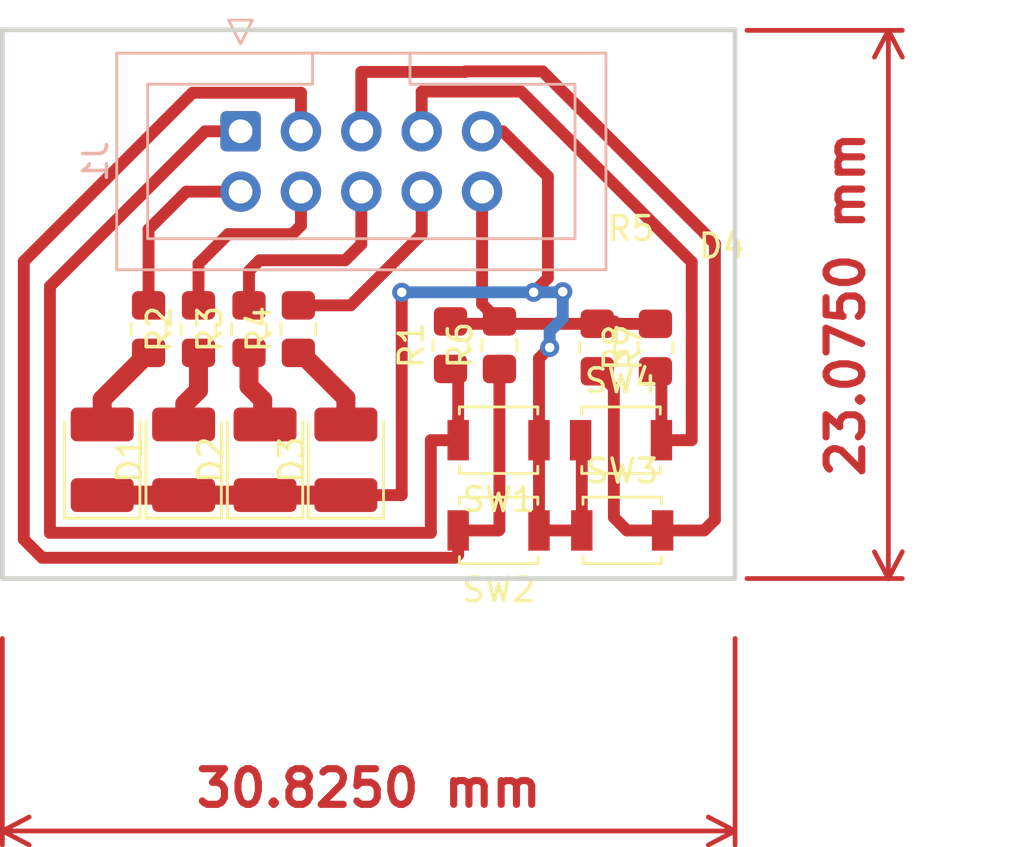
<source format=kicad_pcb>
(kicad_pcb (version 20211014) (generator pcbnew)
  (layers (0 "F.Cu" signal) (31 "B.Cu" signal) (34 "B.Paste" user) (35 "F.Paste" user) (36 "B.SilkS" user "B.Silkscreen") (37 "F.SilkS" user "F.Silkscreen") (38 "B.Mask" user) (39 "F.Mask" user) (44 "Edge.Cuts" user))
  (net 0 "")
  (net 1 "GND")
  (net 2 "Net-(D1-Pad2)")
  (net 3 "Net-(D2-Pad2)")
  (net 4 "Net-(D3-Pad2)")
  (net 5 "Net-(D4-Pad2)")
  (net 6 "/B1")
  (net 7 "/L1")
  (net 8 "/B2")
  (net 9 "/L2")
  (net 10 "/B3")
  (net 11 "/L3")
  (net 12 "/B4")
  (net 13 "/L4")
  (net 14 "/5v")
  (footprint "Resistor_SMD:R_0805_2012Metric_Pad1.20x1.40mm_HandSolder" (layer "F.Cu") (at 65.875 34.05 90)
    (fp_text reference "R5" (at 4.233 20.292 180) (layer "F.SilkS"))
    (fp_text value "1000")
    (fp_line (start -0.227064 0.735) (end 0.227064 0.735) (layer "F.SilkS") (width 0.12))
    (fp_line (start -0.227064 -0.735) (end 0.227064 -0.735) (layer "F.SilkS") (width 0.12))
    (pad "1" smd roundrect (at -1 0 90) (size 1.2 1.4) (layers "F.Cu" "F.Paste" "F.Mask") (roundrect_rratio 0.208333) (net 5 "Net-(D4-Pad2)"))
    (pad "2" smd roundrect (at 1 0 90) (size 1.2 1.4) (layers "F.Cu" "F.Paste" "F.Mask") (roundrect_rratio 0.208333) (net 7 "/L1"))
  )
  (footprint "LED_SMD:LED_1210_3225Metric_Pad1.42x2.65mm_HandSolder" (layer "F.Cu") (at 67.35 39.55 90)
    (fp_text reference "D1" (at 0 -2.28 90) (layer "F.SilkS"))
    (fp_text value "LED")
    (fp_line (start 1.6 -1.585) (end -2.46 -1.585) (layer "F.SilkS") (width 0.12))
    (fp_line (start -2.46 1.585) (end 1.6 1.585) (layer "F.SilkS") (width 0.12))
    (fp_line (start -2.46 -1.585) (end -2.46 1.585) (layer "F.SilkS") (width 0.12))
    (pad "1" smd roundrect (at -1.4875 0 90) (size 1.425 2.65) (layers "F.Cu" "F.Paste" "F.Mask") (roundrect_rratio 0.175439) (net 1 "GND"))
    (pad "2" smd roundrect (at 1.4875 0 90) (size 1.425 2.65) (layers "F.Cu" "F.Paste" "F.Mask") (roundrect_rratio 0.175439) (net 2 "Net-(D1-Pad2)"))
  )
  (footprint "Resistor_SMD:R_0805_2012Metric_Pad1.20x1.40mm_HandSolder" (layer "F.Cu") (at 70.1 34.05 90)
    (fp_text reference "R3" (at 0 -1.65 90) (layer "F.SilkS"))
    (fp_text value "1000")
    (fp_line (start -0.227064 0.735) (end 0.227064 0.735) (layer "F.SilkS") (width 0.12))
    (fp_line (start -0.227064 -0.735) (end 0.227064 -0.735) (layer "F.SilkS") (width 0.12))
    (pad "1" smd roundrect (at -1 0 90) (size 1.2 1.4) (layers "F.Cu" "F.Paste" "F.Mask") (roundrect_rratio 0.208333) (net 3 "Net-(D2-Pad2)"))
    (pad "2" smd roundrect (at 1 0 90) (size 1.2 1.4) (layers "F.Cu" "F.Paste" "F.Mask") (roundrect_rratio 0.208333) (net 11 "/L3"))
  )
  (footprint "Button_Switch_SMD:SW_SPST_B3U-1000P" (layer "F.Cu") (at 85.75 38.725)
    (fp_text reference "SW4" (at 0 -2.5) (layer "F.SilkS"))
    (fp_text value "SW_Push")
    (fp_line (start -1.65 1.1) (end -1.65 1.4) (layer "F.SilkS") (width 0.12))
    (fp_line (start 1.65 1.4) (end 1.65 1.1) (layer "F.SilkS") (width 0.12))
    (fp_line (start -1.65 -1.4) (end 1.65 -1.4) (layer "F.SilkS") (width 0.12))
    (fp_line (start -1.65 1.4) (end 1.65 1.4) (layer "F.SilkS") (width 0.12))
    (fp_line (start 1.65 -1.4) (end 1.65 -1.1) (layer "F.SilkS") (width 0.12))
    (fp_line (start -1.65 -1.1) (end -1.65 -1.4) (layer "F.SilkS") (width 0.12))
    (pad "1" smd rect (at -1.7 0) (size 0.9 1.7) (layers "F.Cu" "F.Paste" "F.Mask") (net 1 "GND"))
    (pad "2" smd rect (at 1.7 0) (size 0.9 1.7) (layers "F.Cu" "F.Paste" "F.Mask") (net 12 "/B4"))
  )
  (footprint "Resistor_SMD:R_0805_2012Metric_Pad1.20x1.40mm_HandSolder" (layer "F.Cu") (at 67.975 34.05 90)
    (fp_text reference "R2" (at 0 -1.65 90) (layer "F.SilkS"))
    (fp_text value "1000")
    (fp_line (start -0.227064 -0.735) (end 0.227064 -0.735) (layer "F.SilkS") (width 0.12))
    (fp_line (start -0.227064 0.735) (end 0.227064 0.735) (layer "F.SilkS") (width 0.12))
    (pad "1" smd roundrect (at -1 0 90) (size 1.2 1.4) (layers "F.Cu" "F.Paste" "F.Mask") (roundrect_rratio 0.208333) (net 2 "Net-(D1-Pad2)"))
    (pad "2" smd roundrect (at 1 0 90) (size 1.2 1.4) (layers "F.Cu" "F.Paste" "F.Mask") (roundrect_rratio 0.208333) (net 9 "/L2"))
  )
  (footprint "Button_Switch_SMD:SW_SPST_B3U-1000P" (layer "F.Cu") (at 85.8 42.525)
    (fp_text reference "SW3" (at 0 -2.5) (layer "F.SilkS"))
    (fp_text value "SW_Push")
    (fp_line (start 1.65 -1.4) (end 1.65 -1.1) (layer "F.SilkS") (width 0.12))
    (fp_line (start -1.65 1.1) (end -1.65 1.4) (layer "F.SilkS") (width 0.12))
    (fp_line (start -1.65 -1.4) (end 1.65 -1.4) (layer "F.SilkS") (width 0.12))
    (fp_line (start -1.65 1.4) (end 1.65 1.4) (layer "F.SilkS") (width 0.12))
    (fp_line (start 1.65 1.4) (end 1.65 1.1) (layer "F.SilkS") (width 0.12))
    (fp_line (start -1.65 -1.1) (end -1.65 -1.4) (layer "F.SilkS") (width 0.12))
    (pad "1" smd rect (at -1.7 0) (size 0.9 1.7) (layers "F.Cu" "F.Paste" "F.Mask") (net 1 "GND"))
    (pad "2" smd rect (at 1.7 0) (size 0.9 1.7) (layers "F.Cu" "F.Paste" "F.Mask") (net 10 "/B3"))
  )
  (footprint "Resistor_SMD:R_0805_2012Metric_Pad1.20x1.40mm_HandSolder" (layer "F.Cu") (at 87.1982 34.827 90)
    (fp_text reference "R8" (at 0 -1.65 90) (layer "F.SilkS"))
    (fp_text value "R")
    (fp_line (start -0.227064 0.735) (end 0.227064 0.735) (layer "F.SilkS") (width 0.12))
    (fp_line (start -0.227064 -0.735) (end 0.227064 -0.735) (layer "F.SilkS") (width 0.12))
    (pad "1" smd roundrect (at -1 0 90) (size 1.2 1.4) (layers "F.Cu" "F.Paste" "F.Mask") (roundrect_rratio 0.208333) (net 12 "/B4"))
    (pad "2" smd roundrect (at 1 0 90) (size 1.2 1.4) (layers "F.Cu" "F.Paste" "F.Mask") (roundrect_rratio 0.208333) (net 14 "/5v"))
  )
  (footprint "Resistor_SMD:R_0805_2012Metric_Pad1.20x1.40mm_HandSolder" (layer "F.Cu") (at 78.575 34.725 90)
    (fp_text reference "R1" (at 0 -1.65 90) (layer "F.SilkS"))
    (fp_text value "R")
    (fp_line (start -0.227064 0.735) (end 0.227064 0.735) (layer "F.SilkS") (width 0.12))
    (fp_line (start -0.227064 -0.735) (end 0.227064 -0.735) (layer "F.SilkS") (width 0.12))
    (pad "1" smd roundrect (at -1 0 90) (size 1.2 1.4) (layers "F.Cu" "F.Paste" "F.Mask") (roundrect_rratio 0.208333) (net 6 "/B1"))
    (pad "2" smd roundrect (at 1 0 90) (size 1.2 1.4) (layers "F.Cu" "F.Paste" "F.Mask") (roundrect_rratio 0.208333) (net 14 "/5v"))
  )
  (footprint "Resistor_SMD:R_0805_2012Metric_Pad1.20x1.40mm_HandSolder" (layer "F.Cu") (at 72.175 34.05 90)
    (fp_text reference "R4" (at 0 -1.65 90) (layer "F.SilkS"))
    (fp_text value "1000")
    (fp_line (start -0.227064 0.735) (end 0.227064 0.735) (layer "F.SilkS") (width 0.12))
    (fp_line (start -0.227064 -0.735) (end 0.227064 -0.735) (layer "F.SilkS") (width 0.12))
    (pad "1" smd roundrect (at -1 0 90) (size 1.2 1.4) (layers "F.Cu" "F.Paste" "F.Mask") (roundrect_rratio 0.208333) (net 4 "Net-(D3-Pad2)"))
    (pad "2" smd roundrect (at 1 0 90) (size 1.2 1.4) (layers "F.Cu" "F.Paste" "F.Mask") (roundrect_rratio 0.208333) (net 13 "/L4"))
  )
  (footprint "Resistor_SMD:R_0805_2012Metric_Pad1.20x1.40mm_HandSolder" (layer "F.Cu") (at 84.75 34.825 -90)
    (fp_text reference "R7" (at 0 -1.3452 90) (layer "F.SilkS"))
    (fp_text value "R")
    (fp_line (start -0.227064 -0.735) (end 0.227064 -0.735) (layer "F.SilkS") (width 0.12))
    (fp_line (start -0.227064 0.735) (end 0.227064 0.735) (layer "F.SilkS") (width 0.12))
    (pad "1" smd roundrect (at -1 0 270) (size 1.2 1.4) (layers "F.Cu" "F.Paste" "F.Mask") (roundrect_rratio 0.208333) (net 14 "/5v"))
    (pad "2" smd roundrect (at 1 0 270) (size 1.2 1.4) (layers "F.Cu" "F.Paste" "F.Mask") (roundrect_rratio 0.208333) (net 10 "/B3"))
  )
  (footprint "LED_SMD:LED_1210_3225Metric_Pad1.42x2.65mm_HandSolder" (layer "F.Cu") (at 70.775 39.55 90)
    (fp_text reference "D2" (at 0 -2.28 90) (layer "F.SilkS"))
    (fp_text value "LED")
    (fp_line (start -2.46 -1.585) (end -2.46 1.585) (layer "F.SilkS") (width 0.12))
    (fp_line (start -2.46 1.585) (end 1.6 1.585) (layer "F.SilkS") (width 0.12))
    (fp_line (start 1.6 -1.585) (end -2.46 -1.585) (layer "F.SilkS") (width 0.12))
    (pad "1" smd roundrect (at -1.4875 0 90) (size 1.425 2.65) (layers "F.Cu" "F.Paste" "F.Mask") (roundrect_rratio 0.175439) (net 1 "GND"))
    (pad "2" smd roundrect (at 1.4875 0 90) (size 1.425 2.65) (layers "F.Cu" "F.Paste" "F.Mask") (roundrect_rratio 0.175439) (net 3 "Net-(D2-Pad2)"))
  )
  (footprint "Button_Switch_SMD:SW_SPST_B3U-1000P" (layer "F.Cu") (at 80.6 38.725 180)
    (fp_text reference "SW1" (at 0 -2.5) (layer "F.SilkS"))
    (fp_text value "SW_Push")
    (fp_line (start 1.65 1.4) (end 1.65 1.1) (layer "F.SilkS") (width 0.12))
    (fp_line (start -1.65 -1.4) (end 1.65 -1.4) (layer "F.SilkS") (width 0.12))
    (fp_line (start 1.65 -1.4) (end 1.65 -1.1) (layer "F.SilkS") (width 0.12))
    (fp_line (start -1.65 1.1) (end -1.65 1.4) (layer "F.SilkS") (width 0.12))
    (fp_line (start -1.65 1.4) (end 1.65 1.4) (layer "F.SilkS") (width 0.12))
    (fp_line (start -1.65 -1.1) (end -1.65 -1.4) (layer "F.SilkS") (width 0.12))
    (pad "1" smd rect (at -1.7 0 180) (size 0.9 1.7) (layers "F.Cu" "F.Paste" "F.Mask") (net 1 "GND"))
    (pad "2" smd rect (at 1.7 0 180) (size 0.9 1.7) (layers "F.Cu" "F.Paste" "F.Mask") (net 6 "/B1"))
  )
  (footprint "LED_SMD:LED_1210_3225Metric_Pad1.42x2.65mm_HandSolder" (layer "F.Cu") (at 63.925 39.55 90)
    (fp_text reference "D4" (at 8.995 26.067 180) (layer "F.SilkS"))
    (fp_text value "LED")
    (fp_line (start 1.6 -1.585) (end -2.46 -1.585) (layer "F.SilkS") (width 0.12))
    (fp_line (start -2.46 1.585) (end 1.6 1.585) (layer "F.SilkS") (width 0.12))
    (fp_line (start -2.46 -1.585) (end -2.46 1.585) (layer "F.SilkS") (width 0.12))
    (pad "1" smd roundrect (at -1.4875 0 90) (size 1.425 2.65) (layers "F.Cu" "F.Paste" "F.Mask") (roundrect_rratio 0.175439) (net 1 "GND"))
    (pad "2" smd roundrect (at 1.4875 0 90) (size 1.425 2.65) (layers "F.Cu" "F.Paste" "F.Mask") (roundrect_rratio 0.175439) (net 5 "Net-(D4-Pad2)"))
  )
  (footprint "LED_SMD:LED_1210_3225Metric_Pad1.42x2.65mm_HandSolder" (layer "F.Cu") (at 74.175 39.55 90)
    (fp_text reference "D3" (at 0 -2.28 90) (layer "F.SilkS"))
    (fp_text value "LED")
    (fp_line (start 1.6 -1.585) (end -2.46 -1.585) (layer "F.SilkS") (width 0.12))
    (fp_line (start -2.46 1.585) (end 1.6 1.585) (layer "F.SilkS") (width 0.12))
    (fp_line (start -2.46 -1.585) (end -2.46 1.585) (layer "F.SilkS") (width 0.12))
    (pad "1" smd roundrect (at -1.4875 0 90) (size 1.425 2.65) (layers "F.Cu" "F.Paste" "F.Mask") (roundrect_rratio 0.175439) (net 1 "GND"))
    (pad "2" smd roundrect (at 1.4875 0 90) (size 1.425 2.65) (layers "F.Cu" "F.Paste" "F.Mask") (roundrect_rratio 0.175439) (net 4 "Net-(D3-Pad2)"))
  )
  (footprint "Button_Switch_SMD:SW_SPST_B3U-1000P" (layer "F.Cu") (at 80.6 42.525 180)
    (fp_text reference "SW2" (at 0 -2.5) (layer "F.SilkS"))
    (fp_text value "SW_Push")
    (fp_line (start -1.65 -1.4) (end 1.65 -1.4) (layer "F.SilkS") (width 0.12))
    (fp_line (start 1.65 -1.4) (end 1.65 -1.1) (layer "F.SilkS") (width 0.12))
    (fp_line (start -1.65 1.4) (end 1.65 1.4) (layer "F.SilkS") (width 0.12))
    (fp_line (start -1.65 -1.1) (end -1.65 -1.4) (layer "F.SilkS") (width 0.12))
    (fp_line (start 1.65 1.4) (end 1.65 1.1) (layer "F.SilkS") (width 0.12))
    (fp_line (start -1.65 1.1) (end -1.65 1.4) (layer "F.SilkS") (width 0.12))
    (pad "1" smd rect (at -1.7 0 180) (size 0.9 1.7) (layers "F.Cu" "F.Paste" "F.Mask") (net 1 "GND"))
    (pad "2" smd rect (at 1.7 0 180) (size 0.9 1.7) (layers "F.Cu" "F.Paste" "F.Mask") (net 8 "/B2"))
  )
  (footprint "Resistor_SMD:R_0805_2012Metric_Pad1.20x1.40mm_HandSolder" (layer "F.Cu") (at 80.6356 34.7262 90)
    (fp_text reference "R6" (at 0 -1.65 90) (layer "F.SilkS"))
    (fp_text value "R")
    (fp_line (start -0.227064 0.735) (end 0.227064 0.735) (layer "F.SilkS") (width 0.12))
    (fp_line (start -0.227064 -0.735) (end 0.227064 -0.735) (layer "F.SilkS") (width 0.12))
    (pad "1" smd roundrect (at -1 0 90) (size 1.2 1.4) (layers "F.Cu" "F.Paste" "F.Mask") (roundrect_rratio 0.208333) (net 8 "/B2"))
    (pad "2" smd roundrect (at 1 0 90) (size 1.2 1.4) (layers "F.Cu" "F.Paste" "F.Mask") (roundrect_rratio 0.208333) (net 14 "/5v"))
  )
  (footprint "Connector_IDC:IDC-Header_2x05_P2.54mm_Vertical" (layer "B.Cu") (at 69.745 25.7225 -90)
    (fp_text reference "J1" (at 1.27 6.1 90) (layer "B.SilkS") (effects (justify mirror)))
    (fp_text value "Control Botones")
    (fp_line (start -1.98 -3.03) (end -1.98 3.91) (layer "B.SilkS") (width 0.12))
    (fp_line (start -3.29 5.21) (end 5.83 5.21) (layer "B.SilkS") (width 0.12))
    (fp_line (start -3.29 -3.03) (end -1.98 -3.03) (layer "B.SilkS") (width 0.12))
    (fp_line (start -4.68 0.5) (end -4.68 -0.5) (layer "B.SilkS") (width 0.12))
    (fp_line (start -1.98 3.91) (end 4.52 3.91) (layer "B.SilkS") (width 0.12))
    (fp_line (start -3.29 -15.37) (end -3.29 5.21) (layer "B.SilkS") (width 0.12))
    (fp_line (start 4.52 3.91) (end 4.52 -14.07) (layer "B.SilkS") (width 0.12))
    (fp_line (start -4.68 -0.5) (end -3.68 0) (layer "B.SilkS") (width 0.12))
    (fp_line (start -1.98 -7.13) (end -3.29 -7.13) (layer "B.SilkS") (width 0.12))
    (fp_line (start -3.68 0) (end -4.68 0.5) (layer "B.SilkS") (width 0.12))
    (fp_line (start 5.83 -15.37) (end -3.29 -15.37) (layer "B.SilkS") (width 0.12))
    (fp_line (start -1.98 -14.07) (end -1.98 -7.13) (layer "B.SilkS") (width 0.12))
    (fp_line (start 4.52 -14.07) (end -1.98 -14.07) (layer "B.SilkS") (width 0.12))
    (fp_line (start -1.98 -7.13) (end -1.98 -7.13) (layer "B.SilkS") (width 0.12))
    (fp_line (start 5.83 5.21) (end 5.83 -15.37) (layer "B.SilkS") (width 0.12))
    (pad "1" thru_hole roundrect (at 0 0 270) (size 1.7 1.7) (drill 1) (layers *.Cu *.Mask) (roundrect_rratio 0.147059) (net 6 "/B1"))
    (pad "2" thru_hole circle (at 2.54 0 270) (size 1.7 1.7) (drill 1) (layers *.Cu *.Mask) (net 7 "/L1"))
    (pad "3" thru_hole circle (at 0 -2.54 270) (size 1.7 1.7) (drill 1) (layers *.Cu *.Mask) (net 8 "/B2"))
    (pad "4" thru_hole circle (at 2.54 -2.54 270) (size 1.7 1.7) (drill 1) (layers *.Cu *.Mask) (net 9 "/L2"))
    (pad "5" thru_hole circle (at 0 -5.08 270) (size 1.7 1.7) (drill 1) (layers *.Cu *.Mask) (net 10 "/B3"))
    (pad "6" thru_hole circle (at 2.54 -5.08 270) (size 1.7 1.7) (drill 1) (layers *.Cu *.Mask) (net 11 "/L3"))
    (pad "7" thru_hole circle (at 0 -7.62 270) (size 1.7 1.7) (drill 1) (layers *.Cu *.Mask) (net 12 "/B4"))
    (pad "8" thru_hole circle (at 2.54 -7.62 270) (size 1.7 1.7) (drill 1) (layers *.Cu *.Mask) (net 13 "/L4"))
    (pad "9" thru_hole circle (at 0 -10.16 270) (size 1.7 1.7) (drill 1) (layers *.Cu *.Mask) (net 1 "GND"))
    (pad "10" thru_hole circle (at 2.54 -10.16 270) (size 1.7 1.7) (drill 1) (layers *.Cu *.Mask) (net 14 "/5v"))
  )
  (gr_rect (start 59.725 21.45) (end 90.55 44.55) (layer "Edge.Cuts") (width 0.2) (fill none))
  (dimension (type aligned) (layer "F.Cu") (pts (xy 90.55 46.575) (xy 59.725 46.575)) (height -8.6) (gr_text "30.8250 mm" (at 75.1375 53.375) (layer "F.Cu") (effects (font (size 1.5 1.5) (thickness 0.3)))) (format (units 3) (units_format 1) (precision 4)) (style (thickness 0.2) (arrow_length 1.27) (text_position_mode 0) (extension_height 0.58642) (extension_offset 0.5) keep_text_aligned))
  (dimension (type aligned) (layer "F.Cu") (pts (xy 90.55 21.475) (xy 90.55 44.55)) (height -6.44788) (gr_text "23.0750 mm" (at 95.19788 33.0125 90) (layer "F.Cu") (effects (font (size 1.5 1.5) (thickness 0.3)))) (format (units 3) (units_format 1) (precision 4)) (style (thickness 0.2) (arrow_length 1.27) (text_position_mode 0) (extension_height 0.58642) (extension_offset 0.5) keep_text_aligned))
  (segment (start 82.675 31.9) (end 82.675 27.625) (width 0.5) (layer "F.Cu") (net 1))
  (segment (start 82.3 42.525) (end 82.3 38.725) (width 0.5) (layer "F.Cu") (net 1))
  (segment (start 74.175 41.0375) (end 63.925 41.0375) (width 0.8) (layer "F.Cu") (net 1))
  (segment (start 84.1 38.775) (end 84.05 38.725) (width 0.5) (layer "F.Cu") (net 1))
  (segment (start 84.1 42.525) (end 84.1 38.775) (width 0.5) (layer "F.Cu") (net 1))
  (segment (start 84.1 42.525) (end 82.3 42.525) (width 0.5) (layer "F.Cu") (net 1))
  (segment (start 76.525 32.5) (end 76.525 41.0375) (width 0.5) (layer "F.Cu") (net 1))
  (segment (start 82.075 32.5) (end 82.675 31.9) (width 0.5) (layer "F.Cu") (net 1))
  (segment (start 80.7725 25.7225) (end 79.905 25.7225) (width 0.5) (layer "F.Cu") (net 1))
  (segment (start 82.75 34.825) (end 82.3 35.275) (width 0.5) (layer "F.Cu") (net 1))
  (segment (start 76.525 41.0375) (end 74.175 41.0375) (width 0.5) (layer "F.Cu") (net 1))
  (segment (start 82.675 27.625) (end 80.7725 25.7225) (width 0.5) (layer "F.Cu") (net 1))
  (segment (start 82.3 35.275) (end 82.3 38.725) (width 0.5) (layer "F.Cu") (net 1))
  (via (at 82.075 32.5) (size 0.8) (drill 0.4) (layers "F.Cu" "B.Cu") (net 1))
  (via (at 83.3 32.475) (size 0.8) (drill 0.4) (layers "F.Cu" "B.Cu") (net 1))
  (via (at 76.525 32.5) (size 0.8) (drill 0.4) (layers "F.Cu" "B.Cu") (net 1))
  (via (at 82.75 34.825) (size 0.8) (drill 0.4) (layers "F.Cu" "B.Cu") (net 1))
  (segment (start 83.275 32.5) (end 82.075 32.5) (width 0.5) (layer "B.Cu") (net 1))
  (segment (start 83.3 32.475) (end 83.275 32.5) (width 0.5) (layer "B.Cu") (net 1))
  (segment (start 76.525 32.5) (end 82.075 32.5) (width 0.5) (layer "B.Cu") (net 1))
  (segment (start 82.75 34.825) (end 82.75 34.15) (width 0.5) (layer "B.Cu") (net 1))
  (segment (start 82.75 34.15) (end 83.3 33.6) (width 0.5) (layer "B.Cu") (net 1))
  (segment (start 83.3 33.6) (end 83.3 32.475) (width 0.5) (layer "B.Cu") (net 1))
  (segment (start 67.975 35.05) (end 67.975 36.625) (width 0.8) (layer "F.Cu") (net 2))
  (segment (start 67.975 36.625) (end 67.4 37.2) (width 0.8) (layer "F.Cu") (net 2))
  (segment (start 67.4 37.2) (end 67.4 38.0125) (width 0.8) (layer "F.Cu") (net 2))
  (segment (start 67.4 38.0125) (end 67.35 38.0625) (width 0.8) (layer "F.Cu") (net 2))
  (segment (start 70.1 36.45) (end 70.675 37.025) (width 0.8) (layer "F.Cu") (net 3))
  (segment (start 70.675 37.9625) (end 70.775 38.0625) (width 0.8) (layer "F.Cu") (net 3))
  (segment (start 70.1 35.05) (end 70.1 36.45) (width 0.8) (layer "F.Cu") (net 3))
  (segment (start 70.675 37.025) (end 70.675 37.9625) (width 0.8) (layer "F.Cu") (net 3))
  (segment (start 74.175 38.0625) (end 74.175 36.95) (width 0.8) (layer "F.Cu") (net 4))
  (segment (start 72.275 35.05) (end 72.175 35.05) (width 0.8) (layer "F.Cu") (net 4))
  (segment (start 74.175 36.95) (end 72.275 35.05) (width 0.8) (layer "F.Cu") (net 4))
  (segment (start 63.925 38.0625) (end 63.925 37) (width 0.8) (layer "F.Cu") (net 5))
  (segment (start 63.925 37) (end 65.875 35.05) (width 0.8) (layer "F.Cu") (net 5))
  (segment (start 61.725 32.25) (end 68.2525 25.7225) (width 0.5) (layer "F.Cu") (net 6))
  (segment (start 78.9 36.05) (end 78.575 35.725) (width 0.5) (layer "F.Cu") (net 6))
  (segment (start 77.75 42.625) (end 61.725 42.625) (width 0.5) (layer "F.Cu") (net 6))
  (segment (start 68.2525 25.7225) (end 69.745 25.7225) (width 0.5) (layer "F.Cu") (net 6))
  (segment (start 77.75 38.725) (end 77.75 42.625) (width 0.5) (layer "F.Cu") (net 6))
  (segment (start 78.9 38.725) (end 77.75 38.725) (width 0.5) (layer "F.Cu") (net 6))
  (segment (start 61.725 42.625) (end 61.725 32.25) (width 0.5) (layer "F.Cu") (net 6))
  (segment (start 78.9 38.725) (end 78.9 36.05) (width 0.5) (layer "F.Cu") (net 6))
  (segment (start 65.875 29.85) (end 67.4625 28.2625) (width 0.5) (layer "F.Cu") (net 7))
  (segment (start 67.4625 28.2625) (end 69.745 28.2625) (width 0.5) (layer "F.Cu") (net 7))
  (segment (start 65.875 33.05) (end 65.875 29.85) (width 0.5) (layer "F.Cu") (net 7))
  (segment (start 80.6 42.525) (end 80.6356 42.4894) (width 0.5) (layer "F.Cu") (net 8))
  (segment (start 60.625 42.9) (end 60.625 31.2) (width 0.5) (layer "F.Cu") (net 8))
  (segment (start 67.725 24.1) (end 72.285 24.1) (width 0.5) (layer "F.Cu") (net 8))
  (segment (start 61.4 43.675) (end 60.625 42.9) (width 0.5) (layer "F.Cu") (net 8))
  (segment (start 80.6356 42.4894) (end 80.6356 35.7262) (width 0.5) (layer "F.Cu") (net 8))
  (segment (start 60.625 31.2) (end 67.725 24.1) (width 0.5) (layer "F.Cu") (net 8))
  (segment (start 78.775 43.675) (end 61.4 43.675) (width 0.5) (layer "F.Cu") (net 8))
  (segment (start 72.285 24.1) (end 72.285 25.7225) (width 0.5) (layer "F.Cu") (net 8))
  (segment (start 78.9 42.525) (end 78.9 43.55) (width 0.5) (layer "F.Cu") (net 8))
  (segment (start 78.9 43.55) (end 78.775 43.675) (width 0.5) (layer "F.Cu") (net 8))
  (segment (start 78.9 42.525) (end 80.6 42.525) (width 0.5) (layer "F.Cu") (net 8))
  (segment (start 71.925 30.05) (end 72.285 29.69) (width 0.5) (layer "F.Cu") (net 9))
  (segment (start 72.285 29.69) (end 72.285 28.2625) (width 0.5) (layer "F.Cu") (net 9))
  (segment (start 69.225 30.05) (end 71.925 30.05) (width 0.5) (layer "F.Cu") (net 9))
  (segment (start 67.975 33.05) (end 67.975 31.3) (width 0.5) (layer "F.Cu") (net 9))
  (segment (start 67.975 31.3) (end 69.225 30.05) (width 0.5) (layer "F.Cu") (net 9))
  (segment (start 87.5 42.525) (end 89.25 42.525) (width 0.5) (layer "F.Cu") (net 10))
  (segment (start 89.7 30.45) (end 82.45 23.2) (width 0.5) (layer "F.Cu") (net 10))
  (segment (start 87.5 42.525) (end 86 42.525) (width 0.5) (layer "F.Cu") (net 10))
  (segment (start 89.25 42.525) (end 89.7 42.075) (width 0.5) (layer "F.Cu") (net 10))
  (segment (start 85.45 41.975) (end 85.45 36.525) (width 0.5) (layer "F.Cu") (net 10))
  (segment (start 79.18975 23.22452) (end 74.82548 23.22452) (width 0.5) (layer "F.Cu") (net 10))
  (segment (start 86 42.525) (end 85.45 41.975) (width 0.5) (layer "F.Cu") (net 10))
  (segment (start 85.45 36.525) (end 84.75 35.825) (width 0.5) (layer "F.Cu") (net 10))
  (segment (start 82.45 23.2) (end 79.21427 23.2) (width 0.5) (layer "F.Cu") (net 10))
  (segment (start 79.21427 23.2) (end 79.18975 23.22452) (width 0.5) (layer "F.Cu") (net 10))
  (segment (start 74.825 23.225) (end 74.825 25.7225) (width 0.5) (layer "F.Cu") (net 10))
  (segment (start 74.82548 23.22452) (end 74.825 23.225) (width 0.5) (layer "F.Cu") (net 10))
  (segment (start 89.7 42.075) (end 89.7 30.45) (width 0.5) (layer "F.Cu") (net 10))
  (segment (start 74.15 31.15) (end 74.825 30.475) (width 0.5) (layer "F.Cu") (net 11))
  (segment (start 70.55 31.15) (end 74.15 31.15) (width 0.5) (layer "F.Cu") (net 11))
  (segment (start 74.825 30.475) (end 74.825 28.2625) (width 0.5) (layer "F.Cu") (net 11))
  (segment (start 70.1 31.6) (end 70.55 31.15) (width 0.5) (layer "F.Cu") (net 11))
  (segment (start 70.1 33.05) (end 70.1 31.6) (width 0.5) (layer "F.Cu") (net 11))
  (segment (start 81.55 24.05) (end 77.365 24.05) (width 0.5) (layer "F.Cu") (net 12))
  (segment (start 87.45 38.725) (end 87.45 36.0788) (width 0.5) (layer "F.Cu") (net 12))
  (segment (start 88.725 31.225) (end 81.55 24.05) (width 0.5) (layer "F.Cu") (net 12))
  (segment (start 87.45 38.725) (end 88.725 38.725) (width 0.5) (layer "F.Cu") (net 12))
  (segment (start 87.45 36.0788) (end 87.1982 35.827) (width 0.5) (layer "F.Cu") (net 12))
  (segment (start 77.365 24.05) (end 77.365 25.7225) (width 0.5) (layer "F.Cu") (net 12))
  (segment (start 88.725 38.725) (end 88.725 31.225) (width 0.5) (layer "F.Cu") (net 12))
  (segment (start 72.175 33.05) (end 74.375 33.05) (width 0.5) (layer "F.Cu") (net 13))
  (segment (start 74.375 33.05) (end 77.365 30.06) (width 0.5) (layer "F.Cu") (net 13))
  (segment (start 77.365 30.06) (end 77.365 28.2625) (width 0.5) (layer "F.Cu") (net 13))
  (segment (start 79.905 28.2625) (end 79.905 32.9956) (width 0.5) (layer "F.Cu") (net 14))
  (segment (start 79.905 32.9956) (end 80.6356 33.7262) (width 0.5) (layer "F.Cu") (net 14))
  (segment (start 78.677 33.827) (end 78.575 33.725) (width 0.5) (layer "F.Cu") (net 14))
  (segment (start 87.1982 33.827) (end 78.677 33.827) (width 0.5) (layer "F.Cu") (net 14))
  (segment (start 85.4682 33.725) (end 85.4714 33.7282) (width 0.5) (layer "F.Cu") (net 14))
)
</source>
